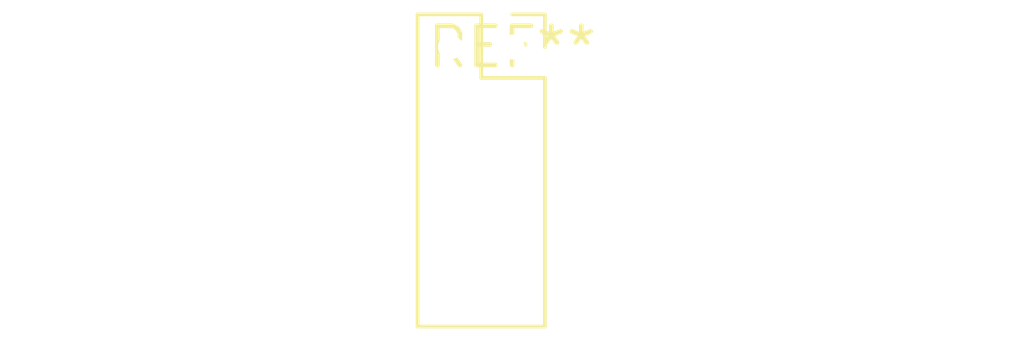
<source format=kicad_pcb>
(kicad_pcb (version 20240108) (generator pcbnew)
  (layers (0 "F.Cu" signal) (31 "B.Cu" signal) (34 "B.Paste" user) (35 "F.Paste" user) (36 "B.SilkS" user "B.Silkscreen") (37 "F.SilkS" user "F.Silkscreen") (38 "B.Mask" user) (39 "F.Mask" user) (44 "Edge.Cuts" user))
  (net 0 "")
  (footprint "PinSocket_2x05_P2.00mm_Vertical" (layer "F.Cu") (at 0 0)
    (property "Reference" "REF**")
    (property "Value" "PinSocket_2x05_P2.00mm_Vertical")
    (fp_line (start -3.06 -1.06) (end -3.06 9.06) (layer "F.SilkS") (stroke (width 0.12)))
    (fp_line (start -3.06 -1.06) (end -1 -1.06) (layer "F.SilkS") (stroke (width 0.12)))
    (fp_line (start -3.06 9.06) (end 1.06 9.06) (layer "F.SilkS") (stroke (width 0.12)))
    (fp_line (start -1 -1.06) (end -1 1) (layer "F.SilkS") (stroke (width 0.12)))
    (fp_line (start -1 1) (end 1.06 1) (layer "F.SilkS") (stroke (width 0.12)))
    (fp_line (start 0 -1.06) (end 1.06 -1.06) (layer "F.SilkS") (stroke (width 0.12)))
    (fp_line (start 1.06 -1.06) (end 1.06 0) (layer "F.SilkS") (stroke (width 0.12)))
    (fp_line (start 1.06 1) (end 1.06 9.06) (layer "F.SilkS") (stroke (width 0.12)))
    (pad "1" thru_hole rect (at 0 0) (size 1.35 1.35) (drill 0.8) (layers *.Cu *.Mask) (remove_unused_layers))
    (pad "2" thru_hole oval (at -2 0) (size 1.35 1.35) (drill 0.8) (layers *.Cu *.Mask) (remove_unused_layers))
    (pad "3" thru_hole oval (at 0 2) (size 1.35 1.35) (drill 0.8) (layers *.Cu *.Mask) (remove_unused_layers))
    (pad "4" thru_hole oval (at -2 2) (size 1.35 1.35) (drill 0.8) (layers *.Cu *.Mask) (remove_unused_layers))
    (pad "5" thru_hole oval (at 0 4) (size 1.35 1.35) (drill 0.8) (layers *.Cu *.Mask) (remove_unused_layers))
    (pad "6" thru_hole oval (at -2 4) (size 1.35 1.35) (drill 0.8) (layers *.Cu *.Mask) (remove_unused_layers))
    (pad "7" thru_hole oval (at 0 6) (size 1.35 1.35) (drill 0.8) (layers *.Cu *.Mask) (remove_unused_layers))
    (pad "8" thru_hole oval (at -2 6) (size 1.35 1.35) (drill 0.8) (layers *.Cu *.Mask) (remove_unused_layers))
    (pad "9" thru_hole oval (at 0 8) (size 1.35 1.35) (drill 0.8) (layers *.Cu *.Mask) (remove_unused_layers))
    (pad "10" thru_hole oval (at -2 8) (size 1.35 1.35) (drill 0.8) (layers *.Cu *.Mask) (remove_unused_layers))
  )
)
</source>
